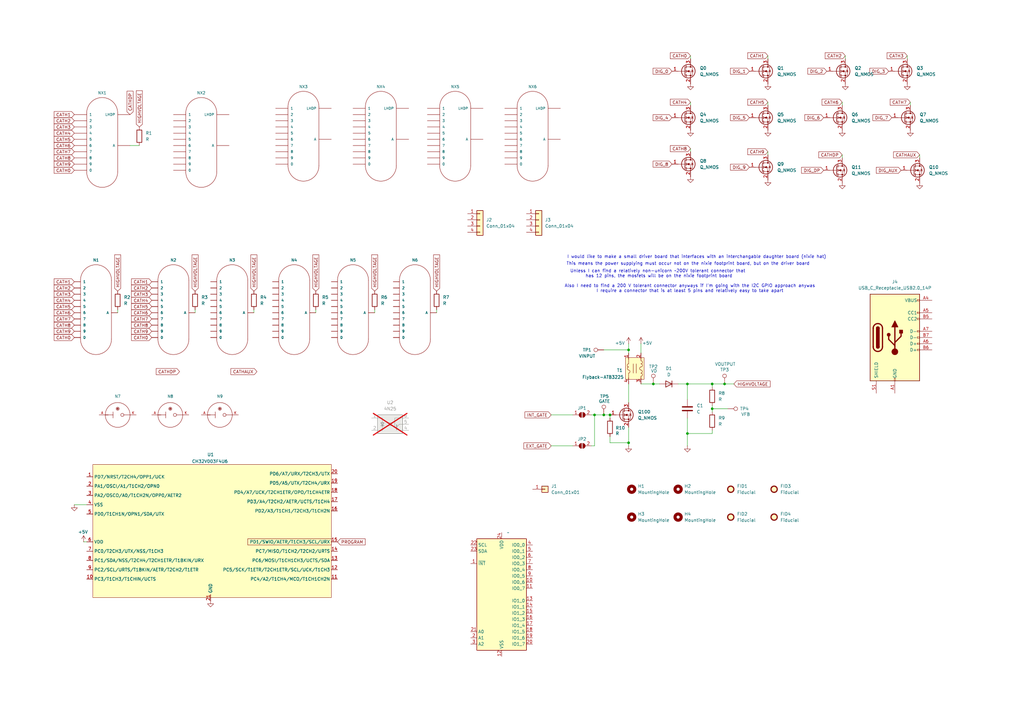
<source format=kicad_sch>
(kicad_sch (version 20250114) (generator "eeschema") (generator_version "9.0")
  (paper "A3")
  (lib_symbols
    (symbol "Connector:TestPoint" (pin_numbers (hide yes)) (pin_names (offset 0.762) (hide yes))
      (property "Reference" "TP" (at 0 6.858 0))
      (property "Value" "TestPoint" (at 0 5.08 0))
      (symbol "TestPoint_1_1"
        (pin passive line (at 0 0 90) (length 2.54) (name "1") (number "1"))
      )
    )
    (symbol "Connector:USB_C_Receptacle_USB2.0_14P" (pin_names (offset 1.016))
      (property "Reference" "J" (at 0 22.225 0))
      (property "Value" "USB_C_Receptacle_USB2.0_14P" (at 0 19.685 0))
      (symbol "USB_C_Receptacle_USB2.0_14P_1_1"
        (pin passive line (at -7.62 -22.86 90) (length 5.08) (name "SHIELD") (number "S1"))
        (pin passive line (at 0 -22.86 90) (length 5.08) (name "GND") (number "A1"))
        (pin passive line (at 0 -22.86 90) (length 5.08) (hide yes) (name "GND") (number "A12"))
        (pin passive line (at 0 -22.86 90) (length 5.08) (hide yes) (name "GND") (number "B1"))
        (pin passive line (at 0 -22.86 90) (length 5.08) (hide yes) (name "GND") (number "B12"))
        (pin passive line (at 15.24 15.24 180) (length 5.08) (name "VBUS") (number "A4"))
        (pin passive line (at 15.24 15.24 180) (length 5.08) (hide yes) (name "VBUS") (number "A9"))
        (pin passive line (at 15.24 15.24 180) (length 5.08) (hide yes) (name "VBUS") (number "B4"))
        (pin passive line (at 15.24 15.24 180) (length 5.08) (hide yes) (name "VBUS") (number "B9"))
        (pin bidirectional line (at 15.24 10.16 180) (length 5.08) (name "CC1") (number "A5"))
        (pin bidirectional line (at 15.24 7.62 180) (length 5.08) (name "CC2") (number "B5"))
        (pin bidirectional line (at 15.24 2.54 180) (length 5.08) (name "D-") (number "A7"))
        (pin bidirectional line (at 15.24 0 180) (length 5.08) (name "D-") (number "B7"))
        (pin bidirectional line (at 15.24 -2.54 180) (length 5.08) (name "D+") (number "A6"))
        (pin bidirectional line (at 15.24 -5.08 180) (length 5.08) (name "D+") (number "B6"))
      )
    )
    (symbol "Connector_Generic:Conn_01x04" (pin_names (offset 1.016) (hide yes))
      (property "Reference" "J" (at 0 5.08 0))
      (property "Value" "Conn_01x04" (at 0 -7.62 0))
      (symbol "Conn_01x04_1_1"
        (pin passive line (at -5.08 2.54 0) (length 3.81) (name "Pin_1") (number "1"))
        (pin passive line (at -5.08 0 0) (length 3.81) (name "Pin_2") (number "2"))
        (pin passive line (at -5.08 -2.54 0) (length 3.81) (name "Pin_3") (number "3"))
        (pin passive line (at -5.08 -5.08 0) (length 3.81) (name "Pin_4") (number "4"))
      )
    )
    (symbol "Device:C" (pin_numbers (hide yes)) (pin_names (offset 0.254))
      (property "Reference" "C" (at 0.635 2.54 0))
      (property "Value" "C" (at 0.635 -2.54 0))
      (symbol "C_1_1"
        (pin passive line (at 0 3.81 270) (length 2.794) (name "~") (number "1"))
        (pin passive line (at 0 -3.81 90) (length 2.794) (name "~") (number "2"))
      )
    )
    (symbol "Device:D" (pin_numbers (hide yes)) (pin_names (offset 1.016) (hide yes))
      (property "Reference" "D" (at 0 2.54 0))
      (property "Value" "D" (at 0 -2.54 0))
      (symbol "D_1_1"
        (pin passive line (at -3.81 0 0) (length 2.54) (name "K") (number "1"))
        (pin passive line (at 3.81 0 180) (length 2.54) (name "A") (number "2"))
      )
    )
    (symbol "Isolator:4N25" (pin_names (offset 1.016))
      (property "Reference" "U" (at -5.08 5.08 0))
      (property "Value" "4N25" (at 0 5.08 0))
      (symbol "4N25_1_1"
        (pin passive line (at -7.62 2.54 0) (length 2.54) (name "~") (number "1"))
        (pin passive line (at -7.62 -2.54 0) (length 2.54) (name "~") (number "2"))
        (pin no_connect line (at -5.08 0 0) (length 2.54) (hide yes) (name "NC") (number "3"))
        (pin passive line (at 7.62 2.54 180) (length 2.54) (name "~") (number "6"))
        (pin passive line (at 7.62 0 180) (length 2.54) (name "~") (number "5"))
        (pin passive line (at 7.62 -2.54 180) (length 2.54) (name "~") (number "4"))
      )
    )
    (symbol "MASTER_SYMBOLS:Fiducial" (in_bom no)
      (property "Reference" "FID" (at 0 5.08 0))
      (property "Value" "Fiducial" (at 0 3.175 0))
    )
    (symbol "MASTER_SYMBOLS:MountingHole_M2.5_RemoveWarning" (pin_names (offset 1.016)) (in_bom no)
      (property "Reference" "H1" (at 2.54 1.2701 0))
      (property "Value" "MountingHole_M2.5_RemoveWarning" (at 2.54 -1.2699 0))
      (symbol "MountingHole_M2.5_RemoveWarning_1_1"
        (pin no_connect line (at 0 0 0) (length 2.54) (hide yes) (name "1") (number "1"))
      )
    )
    (symbol "MASTER_SYMBOLS:SolderJumper_2_Open" (pin_names (offset 0) (hide yes)) (in_bom no)
      (property "Reference" "JP" (at 0 2.032 0))
      (property "Value" "SolderJumper_2_Open" (at 0 -2.54 0))
      (symbol "SolderJumper_2_Open_1_1"
        (pin passive line (at -3.81 0 0) (length 2.54) (name "A") (number "1"))
        (pin passive line (at 3.81 0 180) (length 2.54) (name "B") (number "2"))
      )
    )
    (symbol "NICKXIE:PI4IOE5V6416ZDEX"
      (symbol "PI4IOE5V6416ZDEX_1_1"
        (pin input line (at -12.7 20.32 0) (length 2.54) (name "SCL") (number "22"))
        (pin bidirectional line (at -12.7 17.78 0) (length 2.54) (name "SDA") (number "23"))
        (pin open_collector line (at -12.7 12.7 0) (length 2.54) (name "~{INT}") (number "1"))
        (pin input line (at -12.7 -15.24 0) (length 2.54) (name "A0") (number "21"))
        (pin input line (at -12.7 -17.78 0) (length 2.54) (name "A1") (number "2"))
        (pin input line (at -12.7 -20.32 0) (length 2.54) (name "A2") (number "3"))
        (pin power_in line (at 0 25.4 270) (length 2.54) (name "VDD") (number "24"))
        (pin power_in line (at 0 -25.4 90) (length 2.54) (name "VSS") (number "12"))
        (pin bidirectional line (at 12.7 20.32 180) (length 2.54) (name "IO0_0") (number "4"))
        (pin bidirectional line (at 12.7 17.78 180) (length 2.54) (name "IO0_1") (number "5"))
        (pin bidirectional line (at 12.7 15.24 180) (length 2.54) (name "IO0_2") (number "6"))
        (pin bidirectional line (at 12.7 12.7 180) (length 2.54) (name "IO0_3") (number "7"))
        (pin bidirectional line (at 12.7 10.16 180) (length 2.54) (name "IO0_4") (number "8"))
        (pin bidirectional line (at 12.7 7.62 180) (length 2.54) (name "IO0_5") (number "9"))
        (pin bidirectional line (at 12.7 5.08 180) (length 2.54) (name "IO0_6") (number "10"))
        (pin bidirectional line (at 12.7 2.54 180) (length 2.54) (name "IO0_7") (number "11"))
        (pin bidirectional line (at 12.7 -2.54 180) (length 2.54) (name "IO1_0") (number "13"))
        (pin bidirectional line (at 12.7 -5.08 180) (length 2.54) (name "IO1_1") (number "14"))
        (pin bidirectional line (at 12.7 -7.62 180) (length 2.54) (name "IO1_2") (number "15"))
        (pin bidirectional line (at 12.7 -10.16 180) (length 2.54) (name "IO1_3") (number "16"))
        (pin bidirectional line (at 12.7 -12.7 180) (length 2.54) (name "IO1_4") (number "17"))
        (pin bidirectional line (at 12.7 -15.24 180) (length 2.54) (name "IO1_5") (number "18"))
        (pin bidirectional line (at 12.7 -17.78 180) (length 2.54) (name "IO1_6") (number "19"))
        (pin bidirectional line (at 12.7 -20.32 180) (length 2.54) (name "IO1_7") (number "20"))
      )
    )
    (symbol "Transistor_FET:Q_NMOS_GSD" (pin_names (offset 0) (hide yes))
      (property "Reference" "Q" (at 5.08 1.905 0))
      (property "Value" "Q_NMOS_GSD" (at 5.08 0 0))
      (symbol "Q_NMOS_GSD_1_1"
        (pin input line (at -5.08 0 0) (length 2.54) (name "G") (number "1"))
        (pin passive line (at 2.54 5.08 270) (length 2.54) (name "D") (number "3"))
        (pin passive line (at 2.54 -5.08 90) (length 2.54) (name "S") (number "2"))
      )
    )
    (symbol "cnixxie:CH32V003F4U6"
      (property "Reference" "U?" (at 0.254 28.956 0))
      (property "Value" "CH32V003F4U6" (at 0.762 31.496 0))
      (symbol "CH32V003F4U6_1_1"
        (pin bidirectional line (at -50.8 22.86 0) (length 2.54) (name "PD7/NRST/T2CH4/OPP1/UCK") (number "1"))
        (pin bidirectional line (at -50.8 19.05 0) (length 2.54) (name "PA1/OSCI/A1/T1CH2/OPN0") (number "2"))
        (pin bidirectional line (at -50.8 15.24 0) (length 2.54) (name "PA2/OSCO/A0/T1CH2N/OPP0/AETR2") (number "3"))
        (pin bidirectional line (at -50.8 11.43 0) (length 2.54) (name "VSS") (number "4"))
        (pin bidirectional line (at -50.8 7.62 0) (length 2.54) (name "PD0/T1CH1N/OPN1/SDA/UTX") (number "5"))
        (pin bidirectional line (at -50.8 -3.81 0) (length 2.54) (name "VDD") (number "6"))
        (pin bidirectional line (at -50.8 -7.62 0) (length 2.54) (name "PC0/T2CH3/UTX/NSS/T1CH3") (number "7"))
        (pin bidirectional line (at -50.8 -11.43 0) (length 2.54) (name "PC1/SDA/NSS/T2CH4/T2CH1ETR/T1BKIN/URX") (number "8"))
        (pin bidirectional line (at -50.8 -15.24 0) (length 2.54) (name "PC2/SCL/URTS/T1BKIN/AETR/T2CH2/T1ETR") (number "9"))
        (pin bidirectional line (at -50.8 -19.05 0) (length 2.54) (name "PC3/T1CH3/T1CHIN/UCTS") (number "10"))
        (pin bidirectional line (at 0 -27.94 90) (length 2.54) (name "GND") (number "21"))
        (pin bidirectional line (at 52.07 24.13 180) (length 2.54) (name "PD6/A7/URX/T2CH3/UTX") (number "20"))
        (pin bidirectional line (at 52.07 20.32 180) (length 2.54) (name "PD5/A5/UTX/T2CH4/URX") (number "19"))
        (pin bidirectional line (at 52.07 16.51 180) (length 2.54) (name "PD4/A7/UCK/T2CH1ETR/OPO/T1CH4ETR") (number "18"))
        (pin bidirectional line (at 52.07 12.7 180) (length 2.54) (name "PD3/A4/T2CH2/AETR/UCTS/T1CH4") (number "17"))
        (pin bidirectional line (at 52.07 8.89 180) (length 2.54) (name "PD2/A3/T1CH1/T2CH3/T1CH2N") (number "16"))
        (pin bidirectional line (at 52.07 -3.81 180) (length 2.54) (name "PD1/SWIO/AETR/T1CH3/SCL/URX") (number "15"))
        (pin bidirectional line (at 52.07 -7.62 180) (length 2.54) (name "PC7/MISO/T1CH2/T2CH2/URTS") (number "14"))
        (pin bidirectional line (at 52.07 -11.43 180) (length 2.54) (name "PC6/MOSI/T1CH1CH3/UCTS/SDA") (number "13"))
        (pin bidirectional line (at 52.07 -15.24 180) (length 2.54) (name "PC5/SCK/T1ETR/T2CH1ETR/SCL/UCK/T1CH3") (number "12"))
        (pin bidirectional line (at 52.07 -19.05 180) (length 2.54) (name "PC4/A2/T1CH4/MCO/T1CH1CH2N") (number "11"))
      )
    )
    (symbol "cnixxie:Conn_01x01" (pin_names (offset 1.016) (hide yes))
      (property "Reference" "J" (at 0 2.54 0))
      (property "Value" "Conn_01x01" (at 0 -2.54 0))
      (symbol "Conn_01x01_1_1"
        (pin passive line (at -5.08 0 0) (length 3.81) (name "Pin_1") (number "1"))
      )
    )
    (symbol "cnixxie:Flyback-ATB3225"
      (property "Reference" "T" (at 0 4.445 0))
      (property "Value" "Flyback-ATB3225" (at 0 -7.62 0))
      (symbol "Flyback-ATB3225_1_1"
        (pin bidirectional line (at -6.35 2.54 0) (length 2.54) (name "") (number "2"))
        (pin bidirectional line (at -6.35 -2.54 0) (length 2.54) (name "") (number "1"))
        (pin bidirectional line (at 6.35 2.54 180) (length 2.54) (name "") (number "3"))
        (pin bidirectional line (at 6.35 -2.54 180) (length 2.54) (name "") (number "4"))
      )
    )
    (symbol "cnixxie:R" (pin_numbers (hide yes)) (pin_names (offset 0))
      (property "Reference" "R" (at 2.032 0 90))
      (property "Value" "R" (at 0 0 90))
      (symbol "R_1_1"
        (pin passive line (at 0 3.81 270) (length 1.27) (name "~") (number "1"))
        (pin passive line (at 0 -3.81 90) (length 1.27) (name "~") (number "2"))
      )
    )
    (symbol "nixies-us:IN-1" (pin_numbers (hide yes)) (pin_names (offset 1.016))
      (property "Reference" "N" (at -5.715 20.955 0))
      (symbol "IN-1_1_1"
        (pin bidirectional line (at -10.16 12.7 0) (length 2.54) (name "1") (number "1"))
        (pin bidirectional line (at -10.16 10.16 0) (length 2.54) (name "2") (number "2"))
        (pin bidirectional line (at -10.16 7.62 0) (length 2.54) (name "3") (number "3"))
        (pin bidirectional line (at -10.16 5.08 0) (length 2.54) (name "4") (number "4"))
        (pin bidirectional line (at -10.16 2.54 0) (length 2.54) (name "5") (number "5"))
        (pin bidirectional line (at -10.16 0 0) (length 2.54) (name "6") (number "6"))
        (pin bidirectional line (at -10.16 -2.54 0) (length 2.54) (name "7") (number "7"))
        (pin bidirectional line (at -10.16 -5.08 0) (length 2.54) (name "8") (number "8"))
        (pin bidirectional line (at -10.16 -7.62 0) (length 2.54) (name "9") (number "9"))
        (pin bidirectional line (at -10.16 -10.16 0) (length 2.54) (name "0") (number "0"))
        (pin bidirectional line (at 7.62 0 180) (length 2.54) (name "A") (number "A"))
      )
    )
    (symbol "nixies-us:IN-12BORIGINAL" (pin_numbers (hide yes)) (pin_names (offset 1.016))
      (property "Reference" "NX" (at -4.445 20.955 0))
      (symbol "IN-12BORIGINAL_1_1"
        (pin bidirectional line (at -12.7 12.7 0) (length 5.08) (name "1") (number "1"))
        (pin bidirectional line (at -12.7 10.16 0) (length 5.08) (name "2") (number "2"))
        (pin bidirectional line (at -12.7 7.62 0) (length 5.08) (name "3") (number "3"))
        (pin bidirectional line (at -12.7 5.08 0) (length 5.08) (name "4") (number "4"))
        (pin bidirectional line (at -12.7 2.54 0) (length 5.08) (name "5") (number "5"))
        (pin bidirectional line (at -12.7 0 0) (length 5.08) (name "6") (number "6"))
        (pin bidirectional line (at -12.7 -2.54 0) (length 5.08) (name "7") (number "7"))
        (pin bidirectional line (at -12.7 -5.08 0) (length 5.08) (name "8") (number "8"))
        (pin bidirectional line (at -12.7 -7.62 0) (length 5.08) (name "9") (number "9"))
        (pin bidirectional line (at -12.7 -10.16 0) (length 5.08) (name "0") (number "0"))
        (pin bidirectional line (at 10.16 12.7 180) (length 5.08) (name "LHDP") (number "LHDP"))
        (pin bidirectional line (at 10.16 0 180) (length 5.08) (name "A") (number "A"))
      )
    )
    (symbol "nixies-us:IN-3" (pin_names (offset 1.016) (hide yes))
      (property "Reference" "N" (at 1.27 3.175 0))
      (symbol "IN-3_1_1"
        (pin bidirectional line (at -2.54 -2.54 0) (length 2.54) (name "A") (number "A"))
        (pin bidirectional line (at 12.7 -2.54 180) (length 2.54) (name "K") (number "K"))
      )
    )
    (symbol "power:+5V" (power) (pin_numbers (hide yes)) (pin_names (offset 0) (hide yes))
      (property "Value" "+5V" (at 0 3.556 0))
      (symbol "+5V_1_1"
        (pin power_in line (at 0 0 90) (length 0) (name "~") (number "1"))
      )
    )
    (symbol "power:GND" (power) (pin_numbers (hide yes)) (pin_names (offset 0) (hide yes))
      (property "Value" "GND" (at 0 -3.81 0))
      (symbol "GND_1_1"
        (pin power_in line (at 0 0 270) (length 0) (name "~") (number "1"))
      )
    )
  )
  (text "Also I need to find a 200 V tolerant connector anyways if I'm going with the I2C GPIO approach anywas\nI require a connector that is at least 5 pins and relatively easy to take apart" (at 282.956 118.364 0) (effects (font (size 1.27 1.27))))
  (text "This means the power supplying must occur not on the nixie footprint board, but on the driver board" (at 282.194 108.204 0) (effects (font (size 1.27 1.27))))
  (text "I would like to make a small driver board that interfaces with an interchangable daughter board (nixie hat)" (at 285.75 105.41 0) (effects (font (size 1.27 1.27))))
  (text "Unless I can find a relatively non-unicorn ~200V tolerant connector that \nhas 12 pins, the mosfets will be on the nixie footprint board" (at 270.256 112.268 0) (effects (font (size 1.27 1.27))))
  (junction (at 292.1 167.64))
  (junction (at 281.94 177.8))
  (junction (at 243.84 170.18))
  (junction (at 250.19 170.18))
  (junction (at 297.18 157.48))
  (junction (at 267.97 157.48))
  (junction (at 257.81 143.51))
  (junction (at 257.81 181.61))
  (junction (at 281.94 157.48))
  (junction (at 247.65 170.18))
  (junction (at 292.1 157.48))
  (wire (pts (xy 346.71 22.86) (xy 346.71 24.13)))
  (wire (pts (xy 298.45 167.64) (xy 292.1 167.64)))
  (wire (pts (xy 257.81 175.26) (xy 257.81 181.61)))
  (wire (pts (xy 30.48 207.01) (xy 35.56 207.01)))
  (wire (pts (xy 250.19 170.18) (xy 250.19 171.45)))
  (wire (pts (xy 314.96 62.23) (xy 314.96 63.5)))
  (wire (pts (xy 257.81 140.97) (xy 257.81 143.51)))
  (wire (pts (xy 278.13 157.48) (xy 281.94 157.48)))
  (wire (pts (xy 226.06 182.88) (xy 234.95 182.88)))
  (wire (pts (xy 242.57 182.88) (xy 243.84 182.88)))
  (wire (pts (xy 372.11 22.86) (xy 372.11 24.13)))
  (wire (pts (xy 243.84 170.18) (xy 247.65 170.18)))
  (wire (pts (xy 226.06 170.18) (xy 234.95 170.18)))
  (wire (pts (xy 283.21 22.86) (xy 283.21 24.13)))
  (wire (pts (xy 283.21 60.96) (xy 283.21 62.23)))
  (wire (pts (xy 53.34 59.69) (xy 57.15 59.69)))
  (wire (pts (xy 373.38 41.91) (xy 373.38 43.18)))
  (wire (pts (xy 292.1 168.91) (xy 292.1 167.64)))
  (wire (pts (xy 257.81 143.51) (xy 257.81 144.78)))
  (wire (pts (xy 345.44 41.91) (xy 345.44 43.18)))
  (wire (pts (xy 250.19 179.07) (xy 250.19 181.61)))
  (wire (pts (xy 297.18 157.48) (xy 300.99 157.48)))
  (wire (pts (xy 292.1 157.48) (xy 297.18 157.48)))
  (wire (pts (xy 257.81 182.88) (xy 257.81 181.61)))
  (wire (pts (xy 250.19 181.61) (xy 257.81 181.61)))
  (wire (pts (xy 345.44 63.5) (xy 345.44 64.77)))
  (wire (pts (xy 314.96 22.86) (xy 314.96 24.13)))
  (wire (pts (xy 247.65 170.18) (xy 250.19 170.18)))
  (wire (pts (xy 281.94 157.48) (xy 281.94 163.83)))
  (wire (pts (xy 281.94 157.48) (xy 292.1 157.48)))
  (wire (pts (xy 80.01 127) (xy 80.01 128.27)))
  (wire (pts (xy 281.94 177.8) (xy 292.1 177.8)))
  (wire (pts (xy 243.84 182.88) (xy 243.84 170.18)))
  (wire (pts (xy 281.94 182.88) (xy 281.94 177.8)))
  (wire (pts (xy 377.19 63.5) (xy 377.19 64.77)))
  (wire (pts (xy 257.81 157.48) (xy 257.81 165.1)))
  (wire (pts (xy 292.1 157.48) (xy 292.1 158.75)))
  (wire (pts (xy 292.1 177.8) (xy 292.1 176.53)))
  (wire (pts (xy 262.89 140.97) (xy 262.89 144.78)))
  (wire (pts (xy 281.94 171.45) (xy 281.94 177.8)))
  (wire (pts (xy 104.14 127) (xy 104.14 128.27)))
  (wire (pts (xy 242.57 170.18) (xy 243.84 170.18)))
  (wire (pts (xy 314.96 41.91) (xy 314.96 43.18)))
  (wire (pts (xy 129.54 127) (xy 129.54 128.27)))
  (wire (pts (xy 48.26 127) (xy 48.26 128.27)))
  (wire (pts (xy 34.29 222.25) (xy 35.56 222.25)))
  (wire (pts (xy 247.65 143.51) (xy 257.81 143.51)))
  (wire (pts (xy 262.89 157.48) (xy 267.97 157.48)))
  (wire (pts (xy 153.67 127) (xy 153.67 128.27)))
  (wire (pts (xy 179.07 127) (xy 179.07 128.27)))
  (wire (pts (xy 292.1 166.37) (xy 292.1 167.64)))
  (wire (pts (xy 267.97 157.48) (xy 270.51 157.48)))
  (wire (pts (xy 283.21 41.91) (xy 283.21 43.18)))
  (global_label "DIG_9" (shape input) (at 307.34 68.58 180) (property "Intersheetrefs" "${INTERSHEET_REFS}" (effects (hide yes))))
  (global_label "HIGHVOLTAGE" (shape input) (at 179.07 119.38 90) (property "Intersheetrefs" "${INTERSHEET_REFS}" (effects (hide yes))))
  (global_label "CATHAUX" (shape input) (at 377.19 63.5 180) (property "Intersheetrefs" "${INTERSHEET_REFS}" (effects (hide yes))))
  (global_label "CATH5" (shape input) (at 62.23 125.73 180) (property "Intersheetrefs" "${INTERSHEET_REFS}" (effects (hide yes))))
  (global_label "DIG_2" (shape input) (at 339.09 29.21 180) (property "Intersheetrefs" "${INTERSHEET_REFS}" (effects (hide yes))))
  (global_label "CATH4" (shape input) (at 30.48 123.19 180) (property "Intersheetrefs" "${INTERSHEET_REFS}" (effects (hide yes))))
  (global_label "HIGHVOLTAGE" (shape input) (at 129.54 119.38 90) (property "Intersheetrefs" "${INTERSHEET_REFS}" (effects (hide yes))))
  (global_label "CATH3" (shape input) (at 30.48 120.65 180) (property "Intersheetrefs" "${INTERSHEET_REFS}" (effects (hide yes))))
  (global_label "DIG_3" (shape input) (at 364.49 29.21 180) (property "Intersheetrefs" "${INTERSHEET_REFS}" (effects (hide yes))))
  (global_label "CATH0" (shape input) (at 62.23 138.43 180) (property "Intersheetrefs" "${INTERSHEET_REFS}" (effects (hide yes))))
  (global_label "CATH3" (shape input) (at 62.23 120.65 180) (property "Intersheetrefs" "${INTERSHEET_REFS}" (effects (hide yes))))
  (global_label "CATH9" (shape input) (at 314.96 62.23 180) (property "Intersheetrefs" "${INTERSHEET_REFS}" (effects (hide yes))))
  (global_label "CATH3" (shape input) (at 372.11 22.86 180) (property "Intersheetrefs" "${INTERSHEET_REFS}" (effects (hide yes))))
  (global_label "DIG_6" (shape input) (at 337.82 48.26 180) (property "Intersheetrefs" "${INTERSHEET_REFS}" (effects (hide yes))))
  (global_label "CATH7" (shape input) (at 30.48 130.81 180) (property "Intersheetrefs" "${INTERSHEET_REFS}" (effects (hide yes))))
  (global_label "CATH9" (shape input) (at 30.48 67.31 180) (property "Intersheetrefs" "${INTERSHEET_REFS}" (effects (hide yes))))
  (global_label "CATH2" (shape input) (at 346.71 22.86 180) (property "Intersheetrefs" "${INTERSHEET_REFS}" (effects (hide yes))))
  (global_label "DIG_7" (shape input) (at 365.76 48.26 180) (property "Intersheetrefs" "${INTERSHEET_REFS}" (effects (hide yes))))
  (global_label "CATH4" (shape input) (at 62.23 123.19 180) (property "Intersheetrefs" "${INTERSHEET_REFS}" (effects (hide yes))))
  (global_label "DIG_8" (shape input) (at 275.59 67.31 180) (property "Intersheetrefs" "${INTERSHEET_REFS}" (effects (hide yes))))
  (global_label "DIG_1" (shape input) (at 307.34 29.21 180) (property "Intersheetrefs" "${INTERSHEET_REFS}" (effects (hide yes))))
  (global_label "CATH2" (shape input) (at 62.23 118.11 180) (property "Intersheetrefs" "${INTERSHEET_REFS}" (effects (hide yes))))
  (global_label "CATH5" (shape input) (at 30.48 57.15 180) (property "Intersheetrefs" "${INTERSHEET_REFS}" (effects (hide yes))))
  (global_label "CATH2" (shape input) (at 30.48 49.53 180) (property "Intersheetrefs" "${INTERSHEET_REFS}" (effects (hide yes))))
  (global_label "CATH7" (shape input) (at 30.48 62.23 180) (property "Intersheetrefs" "${INTERSHEET_REFS}" (effects (hide yes))))
  (global_label "CATH2" (shape input) (at 30.48 118.11 180) (property "Intersheetrefs" "${INTERSHEET_REFS}" (effects (hide yes))))
  (global_label "CATH6" (shape input) (at 30.48 128.27 180) (property "Intersheetrefs" "${INTERSHEET_REFS}" (effects (hide yes))))
  (global_label "CATH7" (shape input) (at 373.38 41.91 180) (property "Intersheetrefs" "${INTERSHEET_REFS}" (effects (hide yes))))
  (global_label "CATHDP" (shape input) (at 73.66 152.4 180) (property "Intersheetrefs" "${INTERSHEET_REFS}" (effects (hide yes))))
  (global_label "HIGHVOLTAGE" (shape input) (at 48.26 119.38 90) (property "Intersheetrefs" "${INTERSHEET_REFS}" (effects (hide yes))))
  (global_label "CATH5" (shape input) (at 30.48 125.73 180) (property "Intersheetrefs" "${INTERSHEET_REFS}" (effects (hide yes))))
  (global_label "INT_GATE" (shape input) (at 226.06 170.18 180) (property "Intersheetrefs" "${INTERSHEET_REFS}" (effects (hide yes))))
  (global_label "CATH3" (shape input) (at 30.48 52.07 180) (property "Intersheetrefs" "${INTERSHEET_REFS}" (effects (hide yes))))
  (global_label "DIG_4" (shape input) (at 275.59 48.26 180) (property "Intersheetrefs" "${INTERSHEET_REFS}" (effects (hide yes))))
  (global_label "CATH8" (shape input) (at 62.23 133.35 180) (property "Intersheetrefs" "${INTERSHEET_REFS}" (effects (hide yes))))
  (global_label "CATH8" (shape input) (at 30.48 133.35 180) (property "Intersheetrefs" "${INTERSHEET_REFS}" (effects (hide yes))))
  (global_label "HIGHVOLTAGE" (shape input) (at 57.15 52.07 90) (property "Intersheetrefs" "${INTERSHEET_REFS}" (effects (hide yes))))
  (global_label "CATHDP" (shape input) (at 53.34 46.99 90) (property "Intersheetrefs" "${INTERSHEET_REFS}" (effects (hide yes))))
  (global_label "CATH1" (shape input) (at 62.23 115.57 180) (property "Intersheetrefs" "${INTERSHEET_REFS}" (effects (hide yes))))
  (global_label "HIGHVOLTAGE" (shape input) (at 153.67 119.38 90) (property "Intersheetrefs" "${INTERSHEET_REFS}" (effects (hide yes))))
  (global_label "CATH5" (shape input) (at 314.96 41.91 180) (property "Intersheetrefs" "${INTERSHEET_REFS}" (effects (hide yes))))
  (global_label "CATH1" (shape input) (at 30.48 115.57 180) (property "Intersheetrefs" "${INTERSHEET_REFS}" (effects (hide yes))))
  (global_label "HIGHVOLTAGE" (shape input) (at 80.01 119.38 90) (property "Intersheetrefs" "${INTERSHEET_REFS}" (effects (hide yes))))
  (global_label "CATHDP" (shape input) (at 345.44 63.5 180) (property "Intersheetrefs" "${INTERSHEET_REFS}" (effects (hide yes))))
  (global_label "CATH0" (shape input) (at 283.21 22.86 180) (property "Intersheetrefs" "${INTERSHEET_REFS}" (effects (hide yes))))
  (global_label "PROGRAM" (shape input) (at 138.43 222.25 0) (property "Intersheetrefs" "${INTERSHEET_REFS}" (effects (hide yes))))
  (global_label "CATH1" (shape input) (at 30.48 46.99 180) (property "Intersheetrefs" "${INTERSHEET_REFS}" (effects (hide yes))))
  (global_label "CATH9" (shape input) (at 62.23 135.89 180) (property "Intersheetrefs" "${INTERSHEET_REFS}" (effects (hide yes))))
  (global_label "CATH8" (shape input) (at 30.48 64.77 180) (property "Intersheetrefs" "${INTERSHEET_REFS}" (effects (hide yes))))
  (global_label "CATH1" (shape input) (at 314.96 22.86 180) (property "Intersheetrefs" "${INTERSHEET_REFS}" (effects (hide yes))))
  (global_label "CATH0" (shape input) (at 30.48 138.43 180) (property "Intersheetrefs" "${INTERSHEET_REFS}" (effects (hide yes))))
  (global_label "DIG_DP" (shape input) (at 337.82 69.85 180) (property "Intersheetrefs" "${INTERSHEET_REFS}" (effects (hide yes))))
  (global_label "CATH6" (shape input) (at 30.48 59.69 180) (property "Intersheetrefs" "${INTERSHEET_REFS}" (effects (hide yes))))
  (global_label "CATH6" (shape input) (at 345.44 41.91 180) (property "Intersheetrefs" "${INTERSHEET_REFS}" (effects (hide yes))))
  (global_label "DIG_5" (shape input) (at 307.34 48.26 180) (property "Intersheetrefs" "${INTERSHEET_REFS}" (effects (hide yes))))
  (global_label "EXT_GATE" (shape input) (at 226.06 182.88 180) (property "Intersheetrefs" "${INTERSHEET_REFS}" (effects (hide yes))))
  (global_label "HIGHVOLTAGE" (shape input) (at 104.14 119.38 90) (property "Intersheetrefs" "${INTERSHEET_REFS}" (effects (hide yes))))
  (global_label "CATHAUX" (shape input) (at 105.41 152.4 180) (property "Intersheetrefs" "${INTERSHEET_REFS}" (effects (hide yes))))
  (global_label "CATH6" (shape input) (at 62.23 128.27 180) (property "Intersheetrefs" "${INTERSHEET_REFS}" (effects (hide yes))))
  (global_label "CATH4" (shape input) (at 283.21 41.91 180) (property "Intersheetrefs" "${INTERSHEET_REFS}" (effects (hide yes))))
  (global_label "DIG_0" (shape input) (at 275.59 29.21 180) (property "Intersheetrefs" "${INTERSHEET_REFS}" (effects (hide yes))))
  (global_label "CATH7" (shape input) (at 62.23 130.81 180) (property "Intersheetrefs" "${INTERSHEET_REFS}" (effects (hide yes))))
  (global_label "CATH0" (shape input) (at 30.48 69.85 180) (property "Intersheetrefs" "${INTERSHEET_REFS}" (effects (hide yes))))
  (global_label "HIGHVOLTAGE" (shape input) (at 300.99 157.48 0) (property "Intersheetrefs" "${INTERSHEET_REFS}" (effects (hide yes))))
  (global_label "CATH4" (shape input) (at 30.48 54.61 180) (property "Intersheetrefs" "${INTERSHEET_REFS}" (effects (hide yes))))
  (global_label "DIG_AUX" (shape input) (at 369.57 69.85 180) (property "Intersheetrefs" "${INTERSHEET_REFS}" (effects (hide yes))))
  (global_label "CATH9" (shape input) (at 30.48 135.89 180) (property "Intersheetrefs" "${INTERSHEET_REFS}" (effects (hide yes))))
  (global_label "CATH8" (shape input) (at 283.21 60.96 180) (property "Intersheetrefs" "${INTERSHEET_REFS}" (effects (hide yes))))
  (symbol (lib_id "Transistor_FET:Q_NMOS_GSD") (at 370.84 48.26 0) (unit 1)
    (property "Reference" "Q7" (at 377.19 46.9899 0) (effects (justify left)))
    (property "Value" "Q_NMOS" (at 377.19 49.5299 0) (effects (justify left)))
    (property "Footprint" "Package_TO_SOT_SMD:SOT-23-3" (effects (hide yes)))
    (property "Description" "N-MOSFET transistor, gate/source/drain" (effects (hide yes)))
  )
  (symbol (lib_id "power:+5V") (at 262.89 140.97 0) (unit 1)
    (property "Reference" "#PWR016" (effects (hide yes)))
    (property "Value" "+5V" (at 265.43 140.716 0))
    (property "Description" "Power symbol creates a global label with name \"+5V\"" (effects (hide yes)))
  )
  (symbol (lib_id "nixies-us:IN-3") (at 43.18 167.64 0) (unit 1)
    (property "Reference" "N7" (at 48.26 162.56 0) (effects (font (size 1.143 1.143))))
    (property "Value" "IN-3" (effects (hide yes)))
    (property "Footprint" "nixies-us:nixies-us-IN-3" (effects (hide yes)))
  )
  (symbol (lib_id "NICKXIE:PI4IOE5V6416ZDEX") (at 205.74 243.84 0) (unit 1)
    (property "Reference" "U3" (effects (hide yes)))
    (property "Value" "~" (at 207.8833 218.44 0) (effects (justify left)))
    (property "Footprint" "Package_DFN_QFN:TQFN-24-1EP_4x4mm_P0.5mm_EP2.1x2.1mm_ThermalVias" (effects (hide yes)))
  )
  (symbol (lib_id "power:GND") (at 314.96 53.34 0) (unit 1)
    (property "Reference" "#PWR05" (effects (hide yes)))
    (property "Value" "GND" (effects (hide yes)))
    (property "Description" "Power symbol creates a global label with name \"GND\" , ground" (effects (hide yes)))
  )
  (symbol (lib_id "power:GND") (at 314.96 73.66 0) (unit 1)
    (property "Reference" "#PWR01" (effects (hide yes)))
    (property "Value" "GND" (effects (hide yes)))
    (property "Description" "Power symbol creates a global label with name \"GND\" , ground" (effects (hide yes)))
  )
  (symbol (lib_id "cnixxie:R") (at 80.01 123.19 0) (unit 1)
    (property "Reference" "R3" (at 82.55 121.9199 0) (effects (justify left)))
    (property "Value" "R" (at 82.55 124.4599 0) (effects (justify left)))
    (property "Description" "Resistor" (effects (hide yes)))
  )
  (symbol (lib_id "Transistor_FET:Q_NMOS_GSD") (at 342.9 48.26 0) (unit 1)
    (property "Reference" "Q6" (at 349.25 46.9899 0) (effects (justify left)))
    (property "Value" "Q_NMOS" (at 349.25 49.5299 0) (effects (justify left)))
    (property "Footprint" "Package_TO_SOT_SMD:SOT-23-3" (effects (hide yes)))
    (property "Description" "N-MOSFET transistor, gate/source/drain" (effects (hide yes)))
  )
  (symbol (lib_id "Connector_Generic:Conn_01x04") (at 196.85 90.17 0) (unit 1)
    (property "Reference" "J2" (at 199.39 90.1699 0) (effects (justify left)))
    (property "Value" "Conn_01x04" (at 199.39 92.7099 0) (effects (justify left)))
    (property "Footprint" "Connector_JST:JST_SH_SM04B-SRSS-TB_1x04-1MP_P1.00mm_Horizontal" (effects (hide yes)))
    (property "Description" "Generic connector, single row, 01x04, script generated (kicad-library-utils/schlib/autogen/connector/)" (effects (hide yes)))
  )
  (symbol (lib_id "Isolator:4N25") (at 160.02 173.99 0) (unit 1) (in_bom no) (on_board no) (dnp yes)
    (property "Reference" "U2" (at 160.02 165.1 0))
    (property "Value" "4N25" (at 160.02 167.64 0))
    (property "Footprint" "Package_DIP:DIP-6_W7.62mm" (effects (hide yes)))
    (property "Datasheet" "https://www.vishay.com/docs/83725/4n25.pdf" (effects (hide yes)))
    (property "Description" "DC Optocoupler Base Connected, Vce 30V, CTR 20%, Viso 2500V, DIP6" (effects (hide yes)))
  )
  (symbol (lib_id "Transistor_FET:Q_NMOS_GSD") (at 369.57 29.21 0) (unit 1)
    (property "Reference" "Q3" (at 375.92 27.9399 0) (effects (justify left)))
    (property "Value" "Q_NMOS" (at 375.92 30.4799 0) (effects (justify left)))
    (property "Footprint" "Package_TO_SOT_SMD:SOT-23-3" (effects (hide yes)))
    (property "Description" "N-MOSFET transistor, gate/source/drain" (effects (hide yes)))
  )
  (symbol (lib_id "nixies-us:IN-1") (at 171.45 128.27 0) (unit 1)
    (property "Reference" "N6" (at 170.18 106.68 0) (effects (font (size 1.143 1.143))))
    (property "Value" "IN-1" (effects (hide yes)))
    (property "Footprint" "NIXIE:IN-1_NIXIE_v1" (effects (hide yes)))
  )
  (symbol (lib_id "cnixxie:R") (at 104.14 123.19 0) (unit 1)
    (property "Reference" "R4" (at 106.68 121.9199 0) (effects (justify left)))
    (property "Value" "R" (at 106.68 124.4599 0) (effects (justify left)))
    (property "Description" "Resistor" (effects (hide yes)))
  )
  (symbol (lib_id "Transistor_FET:Q_NMOS_GSD") (at 312.42 48.26 0) (unit 1)
    (property "Reference" "Q5" (at 318.77 46.9899 0) (effects (justify left)))
    (property "Value" "Q_NMOS" (at 318.77 49.5299 0) (effects (justify left)))
    (property "Footprint" "Package_TO_SOT_SMD:SOT-23-3" (effects (hide yes)))
    (property "Description" "N-MOSFET transistor, gate/source/drain" (effects (hide yes)))
  )
  (symbol (lib_id "Connector:TestPoint") (at 297.18 157.48 0) (unit 1)
    (property "Reference" "TP3" (at 297.18 151.638 0))
    (property "Value" "VOUTPUT" (at 297.434 149.352 0))
    (property "Description" "test point" (effects (hide yes)))
  )
  (symbol (lib_id "cnixxie:CH32V003F4U6") (at 86.36 218.44 0) (unit 1)
    (property "Reference" "U1" (at 86.36 186.436 0))
    (property "Value" "CH32V003F4U6" (at 86.106 189.23 0))
    (property "Footprint" "Package_DFN_QFN:QFN-20-1EP_3x3mm_P0.4mm_EP1.65x1.65mm" (effects (hide yes)))
    (property "LCSC" "C5299908" (effects (hide yes)))
  )
  (symbol (lib_id "nixies-us:IN-1") (at 146.05 128.27 0) (unit 1)
    (property "Reference" "N5" (at 144.78 106.68 0) (effects (font (size 1.143 1.143))))
    (property "Value" "IN-1" (effects (hide yes)))
    (property "Footprint" "NIXIE:IN-1_NIXIE_v1" (effects (hide yes)))
  )
  (symbol (lib_id "power:GND") (at 377.19 74.93 0) (unit 1)
    (property "Reference" "#PWR02" (effects (hide yes)))
    (property "Value" "GND" (effects (hide yes)))
    (property "Description" "Power symbol creates a global label with name \"GND\" , ground" (effects (hide yes)))
  )
  (symbol (lib_id "cnixxie:Conn_01x01") (at 223.52 200.66 0) (unit 1)
    (property "Reference" "J1" (at 226.06 199.3899 0) (effects (justify left)))
    (property "Value" "Conn_01x01" (at 226.06 201.9299 0) (effects (justify left)))
    (property "Description" "Generic connector, single row, 01x01, script generated (kicad-library-utils/schlib/autogen/connector/)" (effects (hide yes)))
  )
  (symbol (lib_id "nixies-us:IN-1") (at 121.92 128.27 0) (unit 1)
    (property "Reference" "N4" (at 120.65 106.68 0) (effects (font (size 1.143 1.143))))
    (property "Value" "IN-1" (effects (hide yes)))
    (property "Footprint" "NIXIE:IN-1_NIXIE_v1" (effects (hide yes)))
  )
  (symbol (lib_id "Connector:TestPoint") (at 247.65 143.51 90) (unit 1)
    (property "Reference" "TP1" (at 240.792 143.51 90))
    (property "Value" "VINPUT" (at 240.792 146.05 90))
    (property "Description" "test point" (effects (hide yes)))
  )
  (symbol (lib_id "power:GND") (at 30.48 207.01 0) (unit 1)
    (property "Reference" "#PWR014" (effects (hide yes)))
    (property "Value" "GND" (effects (hide yes)))
    (property "Description" "Power symbol creates a global label with name \"GND\" , ground" (effects (hide yes)))
  )
  (symbol (lib_id "power:+5V") (at 257.81 140.97 0) (unit 1)
    (property "Reference" "#PWR015" (effects (hide yes)))
    (property "Value" "+5V" (at 254.254 140.716 0))
    (property "Description" "Power symbol creates a global label with name \"+5V\"" (effects (hide yes)))
  )
  (symbol (lib_id "power:GND") (at 283.21 53.34 0) (unit 1)
    (property "Reference" "#PWR012" (effects (hide yes)))
    (property "Value" "GND" (effects (hide yes)))
    (property "Description" "Power symbol creates a global label with name \"GND\" , ground" (effects (hide yes)))
  )
  (symbol (lib_id "power:GND") (at 283.21 34.29 0) (unit 1)
    (property "Reference" "#PWR03" (effects (hide yes)))
    (property "Value" "GND" (effects (hide yes)))
    (property "Description" "Power symbol creates a global label with name \"GND\" , ground" (effects (hide yes)))
  )
  (symbol (lib_id "cnixxie:R") (at 129.54 123.19 0) (unit 1)
    (property "Reference" "R5" (at 132.08 121.9199 0) (effects (justify left)))
    (property "Value" "R" (at 132.08 124.4599 0) (effects (justify left)))
    (property "Description" "Resistor" (effects (hide yes)))
  )
  (symbol (lib_id "Transistor_FET:Q_NMOS_GSD") (at 312.42 68.58 0) (unit 1)
    (property "Reference" "Q9" (at 318.77 67.3099 0) (effects (justify left)))
    (property "Value" "Q_NMOS" (at 318.77 69.8499 0) (effects (justify left)))
    (property "Footprint" "Package_TO_SOT_SMD:SOT-23-3" (effects (hide yes)))
    (property "Description" "N-MOSFET transistor, gate/source/drain" (effects (hide yes)))
  )
  (symbol (lib_id "power:GND") (at 281.94 182.88 0) (unit 1)
    (property "Reference" "#PWR017" (effects (hide yes)))
    (property "Value" "GND" (effects (hide yes)))
    (property "Description" "Power symbol creates a global label with name \"GND\" , ground" (effects (hide yes)))
  )
  (symbol (lib_id "power:GND") (at 372.11 34.29 0) (unit 1)
    (property "Reference" "#PWR011" (effects (hide yes)))
    (property "Value" "GND" (effects (hide yes)))
    (property "Description" "Power symbol creates a global label with name \"GND\" , ground" (effects (hide yes)))
  )
  (symbol (lib_id "cnixxie:R") (at 292.1 172.72 0) (unit 1)
    (property "Reference" "R9" (at 294.64 171.4499 0) (effects (justify left)))
    (property "Value" "R" (at 294.64 173.9899 0) (effects (justify left)))
    (property "Description" "Resistor" (effects (hide yes)))
  )
  (symbol (lib_id "Connector_Generic:Conn_01x04") (at 220.98 90.17 0) (unit 1)
    (property "Reference" "J3" (at 223.52 90.1699 0) (effects (justify left)))
    (property "Value" "Conn_01x04" (at 223.52 92.7099 0) (effects (justify left)))
    (property "Footprint" "Connector_JST:JST_SH_SM04B-SRSS-TB_1x04-1MP_P1.00mm_Horizontal" (effects (hide yes)))
    (property "Description" "Generic connector, single row, 01x04, script generated (kicad-library-utils/schlib/autogen/connector/)" (effects (hide yes)))
  )
  (symbol (lib_id "power:GND") (at 345.44 53.34 0) (unit 1)
    (property "Reference" "#PWR06" (effects (hide yes)))
    (property "Value" "GND" (effects (hide yes)))
    (property "Description" "Power symbol creates a global label with name \"GND\" , ground" (effects (hide yes)))
  )
  (symbol (lib_id "power:GND") (at 346.71 34.29 0) (unit 1)
    (property "Reference" "#PWR010" (effects (hide yes)))
    (property "Value" "GND" (effects (hide yes)))
    (property "Description" "Power symbol creates a global label with name \"GND\" , ground" (effects (hide yes)))
  )
  (symbol (lib_id "cnixxie:R") (at 153.67 123.19 0) (unit 1)
    (property "Reference" "R6" (at 156.21 121.9199 0) (effects (justify left)))
    (property "Value" "R" (at 156.21 124.4599 0) (effects (justify left)))
    (property "Description" "Resistor" (effects (hide yes)))
  )
  (symbol (lib_id "MASTER_SYMBOLS:Fiducial") (at 317.5 200.66 0) (unit 1) (in_bom no)
    (property "Reference" "FID3" (at 320.04 199.3899 0) (effects (justify left)))
    (property "Value" "Fiducial" (at 320.04 201.9299 0) (effects (justify left)))
    (property "Footprint" "Fiducial:Fiducial_0.5mm_Mask1mm" (effects (hide yes)))
    (property "Description" "Fiducial Marker" (effects (hide yes)))
  )
  (symbol (lib_id "Connector:TestPoint") (at 267.97 157.48 0) (unit 1)
    (property "Reference" "TP2" (at 267.97 150.368 0))
    (property "Value" "VD" (at 268.224 152.146 0))
    (property "Description" "test point" (effects (hide yes)))
  )
  (symbol (lib_id "nixies-us:IN-1") (at 40.64 128.27 0) (unit 1)
    (property "Reference" "N1" (at 39.37 106.68 0) (effects (font (size 1.143 1.143))))
    (property "Value" "IN-1" (effects (hide yes)))
    (property "Footprint" "NIXIE:IN-1_NIXIE_v1" (effects (hide yes)))
  )
  (symbol (lib_id "nixies-us:IN-12BORIGINAL") (at 219.71 57.15 0) (unit 1)
    (property "Reference" "NX6" (at 218.44 35.56 0) (effects (font (size 1.143 1.143))))
    (property "Value" "IN-12BORIGINAL" (effects (hide yes)))
    (property "Footprint" "NIXIE:IN-12A Nixie" (effects (hide yes)))
  )
  (symbol (lib_id "MASTER_SYMBOLS:Fiducial") (at 299.72 200.66 0) (unit 1) (in_bom no)
    (property "Reference" "FID1" (at 302.26 199.3899 0) (effects (justify left)))
    (property "Value" "Fiducial" (at 302.26 201.9299 0) (effects (justify left)))
    (property "Footprint" "Fiducial:Fiducial_0.5mm_Mask1mm" (effects (hide yes)))
    (property "Description" "Fiducial Marker" (effects (hide yes)))
  )
  (symbol (lib_id "MASTER_SYMBOLS:SolderJumper_2_Open") (at 238.76 170.18 0) (unit 1) (in_bom no)
    (property "Reference" "JP1" (at 240.538 167.386 0) (effects (justify right)))
    (property "Value" "TH_THERM_JMP" (effects (hide yes)))
    (property "Footprint" "Jumper:SolderJumper-2_P1.3mm_Open_RoundedPad1.0x1.5mm" (effects (hide yes)))
    (property "Description" "Solder Jumper, 2-pole, open" (effects (hide yes)))
  )
  (symbol (lib_id "power:GND") (at 283.21 72.39 0) (unit 1)
    (property "Reference" "#PWR08" (effects (hide yes)))
    (property "Value" "GND" (effects (hide yes)))
    (property "Description" "Power symbol creates a global label with name \"GND\" , ground" (effects (hide yes)))
  )
  (symbol (lib_id "Transistor_FET:Q_NMOS_GSD") (at 342.9 69.85 0) (unit 1)
    (property "Reference" "Q11" (at 349.25 68.5799 0) (effects (justify left)))
    (property "Value" "Q_NMOS" (at 349.25 71.1199 0) (effects (justify left)))
    (property "Footprint" "Package_TO_SOT_SMD:SOT-23-3" (effects (hide yes)))
    (property "Description" "N-MOSFET transistor, gate/source/drain" (effects (hide yes)))
  )
  (symbol (lib_id "Transistor_FET:Q_NMOS_GSD") (at 374.65 69.85 0) (unit 1)
    (property "Reference" "Q10" (at 381 68.5799 0) (effects (justify left)))
    (property "Value" "Q_NMOS" (at 381 71.1199 0) (effects (justify left)))
    (property "Footprint" "Package_TO_SOT_SMD:SOT-23-3" (effects (hide yes)))
    (property "Description" "N-MOSFET transistor, gate/source/drain" (effects (hide yes)))
  )
  (symbol (lib_id "Device:D") (at 274.32 157.48 180) (unit 1)
    (property "Reference" "D1" (at 274.32 151.13 0))
    (property "Value" "D" (at 274.32 153.67 0))
    (property "Description" "Diode" (effects (hide yes)))
    (property "Sim.Device" "D" (effects (hide yes)))
    (property "Sim.Pins" "1=K 2=A" (effects (hide yes)))
  )
  (symbol (lib_id "nixies-us:IN-12BORIGINAL") (at 157.48 57.15 0) (unit 1)
    (property "Reference" "NX4" (at 156.21 35.56 0) (effects (font (size 1.143 1.143))))
    (property "Value" "IN-12BORIGINAL" (effects (hide yes)))
    (property "Footprint" "NIXIE:IN-12A Nixie" (effects (hide yes)))
  )
  (symbol (lib_id "MASTER_SYMBOLS:SolderJumper_2_Open") (at 238.76 182.88 0) (unit 1) (in_bom no)
    (property "Reference" "JP2" (at 240.538 180.086 0) (effects (justify right)))
    (property "Value" "TH_THERM_JMP" (effects (hide yes)))
    (property "Footprint" "Jumper:SolderJumper-2_P1.3mm_Open_RoundedPad1.0x1.5mm" (effects (hide yes)))
    (property "Description" "Solder Jumper, 2-pole, open" (effects (hide yes)))
  )
  (symbol (lib_id "cnixxie:R") (at 250.19 175.26 0) (unit 1)
    (property "Reference" "R10" (at 252.476 175.514 0) (effects (justify left)))
    (property "Value" "R" (at 252.476 177.8 0) (effects (justify left)))
    (property "Description" "Resistor" (effects (hide yes)))
  )
  (symbol (lib_id "Transistor_FET:Q_NMOS_GSD") (at 280.67 48.26 0) (unit 1)
    (property "Reference" "Q4" (at 287.02 46.9899 0) (effects (justify left)))
    (property "Value" "Q_NMOS" (at 287.02 49.5299 0) (effects (justify left)))
    (property "Footprint" "Package_TO_SOT_SMD:SOT-23-3" (effects (hide yes)))
    (property "Description" "N-MOSFET transistor, gate/source/drain" (effects (hide yes)))
  )
  (symbol (lib_id "nixies-us:IN-12BORIGINAL") (at 125.73 57.15 0) (unit 1)
    (property "Reference" "NX3" (at 124.46 35.56 0) (effects (font (size 1.143 1.143))))
    (property "Value" "IN-12BORIGINAL" (effects (hide yes)))
    (property "Footprint" "NIXIE:IN-12A Nixie" (effects (hide yes)))
  )
  (symbol (lib_id "Transistor_FET:Q_NMOS_GSD") (at 255.27 170.18 0) (unit 1)
    (property "Reference" "Q100" (at 261.62 168.9099 0) (effects (justify left)))
    (property "Value" "Q_NMOS" (at 261.62 171.4499 0) (effects (justify left)))
    (property "Description" "N-MOSFET transistor, gate/source/drain" (effects (hide yes)))
  )
  (symbol (lib_id "cnixxie:R") (at 48.26 123.19 0) (unit 1)
    (property "Reference" "R2" (at 50.8 121.9199 0) (effects (justify left)))
    (property "Value" "R" (at 50.8 124.4599 0) (effects (justify left)))
    (property "Description" "Resistor" (effects (hide yes)))
  )
  (symbol (lib_id "nixies-us:IN-3") (at 64.77 167.64 0) (unit 1)
    (property "Reference" "N8" (at 69.85 162.56 0) (effects (font (size 1.143 1.143))))
    (property "Value" "IN-3" (effects (hide yes)))
    (property "Footprint" "nixies-us:nixies-us-IN-3" (effects (hide yes)))
  )
  (symbol (lib_id "MASTER_SYMBOLS:MountingHole_M2.5_RemoveWarning") (at 278.13 212.09 0) (unit 1) (in_bom no)
    (property "Reference" "H4" (at 280.67 210.8199 0) (effects (justify left)))
    (property "Value" "MountingHole" (at 280.67 213.3599 0) (effects (justify left)))
    (property "Footprint" "MountingHole:MountingHole_2.7mm_M2.5_ISO7380_Pad_TopBottom" (effects (hide yes)))
    (property "Description" "Mounting Hole without connection" (effects (hide yes)))
  )
  (symbol (lib_id "nixies-us:IN-12BORIGINAL") (at 187.96 57.15 0) (unit 1)
    (property "Reference" "NX5" (at 186.69 35.56 0) (effects (font (size 1.143 1.143))))
    (property "Value" "IN-12BORIGINAL" (effects (hide yes)))
    (property "Footprint" "NIXIE:IN-12A Nixie" (effects (hide yes)))
  )
  (symbol (lib_id "power:+5V") (at 34.29 222.25 0) (unit 1)
    (property "Reference" "#PWR019" (effects (hide yes)))
    (property "Value" "+5V" (at 34.036 218.186 0))
    (property "Description" "Power symbol creates a global label with name \"+5V\"" (effects (hide yes)))
  )
  (symbol (lib_id "MASTER_SYMBOLS:MountingHole_M2.5_RemoveWarning") (at 259.08 200.66 0) (unit 1) (in_bom no)
    (property "Reference" "H1" (at 261.62 199.3899 0) (effects (justify left)))
    (property "Value" "MountingHole" (at 261.62 201.9299 0) (effects (justify left)))
    (property "Footprint" "MountingHole:MountingHole_2.7mm_M2.5_ISO7380_Pad_TopBottom" (effects (hide yes)))
    (property "Description" "Mounting Hole without connection" (effects (hide yes)))
  )
  (symbol (lib_id "Connector:USB_C_Receptacle_USB2.0_14P") (at 367.03 138.43 0) (unit 1)
    (property "Reference" "J4" (at 367.03 115.57 0))
    (property "Value" "USB_C_Receptacle_USB2.0_14P" (at 367.03 118.11 0))
    (property "Footprint" "Connector_USB:USB_C_Receptacle_Palconn_UTC16-G" (effects (hide yes)))
    (property "Datasheet" "https://www.usb.org/sites/default/files/documents/usb_type-c.zip" (effects (hide yes)))
    (property "Description" "USB 2.0-only 14P Type-C Receptacle connector" (effects (hide yes)))
  )
  (symbol (lib_id "nixies-us:IN-3") (at 85.09 167.64 0) (unit 1)
    (property "Reference" "N9" (at 90.17 162.56 0) (effects (font (size 1.143 1.143))))
    (property "Value" "IN-3" (effects (hide yes)))
    (property "Footprint" "nixies-us:nixies-us-IN-3" (effects (hide yes)))
  )
  (symbol (lib_id "nixies-us:IN-12BORIGINAL") (at 83.82 59.69 0) (unit 1)
    (property "Reference" "NX2" (at 82.55 38.1 0) (effects (font (size 1.143 1.143))))
    (property "Value" "IN-12BORIGINAL" (effects (hide yes)))
    (property "Footprint" "NIXIE:IN-12A Nixie" (effects (hide yes)))
  )
  (symbol (lib_id "MASTER_SYMBOLS:MountingHole_M2.5_RemoveWarning") (at 278.13 200.66 0) (unit 1) (in_bom no)
    (property "Reference" "H2" (at 280.67 199.3899 0) (effects (justify left)))
    (property "Value" "MountingHole" (at 280.67 201.9299 0) (effects (justify left)))
    (property "Footprint" "MountingHole:MountingHole_2.7mm_M2.5_ISO7380_Pad_TopBottom" (effects (hide yes)))
    (property "Description" "Mounting Hole without connection" (effects (hide yes)))
  )
  (symbol (lib_id "MASTER_SYMBOLS:Fiducial") (at 317.5 212.09 0) (unit 1) (in_bom no)
    (property "Reference" "FID4" (at 320.04 210.8199 0) (effects (justify left)))
    (property "Value" "Fiducial" (at 320.04 213.3599 0) (effects (justify left)))
    (property "Footprint" "Fiducial:Fiducial_0.5mm_Mask1mm" (effects (hide yes)))
    (property "Description" "Fiducial Marker" (effects (hide yes)))
  )
  (symbol (lib_id "cnixxie:Flyback-ATB3225") (at 260.35 151.13 270) (unit 1)
    (property "Reference" "T1" (at 252.984 151.892 90) (effects (justify left)))
    (property "Value" "Flyback-ATB3225" (at 238.76 154.686 90) (effects (justify left)))
    (property "Footprint" "Flyback-ATB3225:Flyback-ATB3225" (effects (hide yes)))
    (property "LCSC" "C415291" (effects (hide yes)))
  )
  (symbol (lib_id "power:GND") (at 373.38 53.34 0) (unit 1)
    (property "Reference" "#PWR07" (effects (hide yes)))
    (property "Value" "GND" (effects (hide yes)))
    (property "Description" "Power symbol creates a global label with name \"GND\" , ground" (effects (hide yes)))
  )
  (symbol (lib_id "Transistor_FET:Q_NMOS_GSD") (at 312.42 29.21 0) (unit 1)
    (property "Reference" "Q1" (at 318.77 27.9399 0) (effects (justify left)))
    (property "Value" "Q_NMOS" (at 318.77 30.4799 0) (effects (justify left)))
    (property "Footprint" "Package_TO_SOT_SMD:SOT-23-3" (effects (hide yes)))
    (property "Description" "N-MOSFET transistor, gate/source/drain" (effects (hide yes)))
  )
  (symbol (lib_id "power:GND") (at 257.81 182.88 0) (unit 1)
    (property "Reference" "#PWR018" (effects (hide yes)))
    (property "Value" "GND" (effects (hide yes)))
    (property "Description" "Power symbol creates a global label with name \"GND\" , ground" (effects (hide yes)))
  )
  (symbol (lib_id "MASTER_SYMBOLS:MountingHole_M2.5_RemoveWarning") (at 259.08 212.09 0) (unit 1) (in_bom no)
    (property "Reference" "H3" (at 261.62 210.8199 0) (effects (justify left)))
    (property "Value" "MountingHole" (at 261.62 213.3599 0) (effects (justify left)))
    (property "Footprint" "MountingHole:MountingHole_2.7mm_M2.5_ISO7380_Pad_TopBottom" (effects (hide yes)))
    (property "Description" "Mounting Hole without connection" (effects (hide yes)))
  )
  (symbol (lib_id "Device:C") (at 281.94 167.64 0) (unit 1)
    (property "Reference" "C1" (at 285.75 166.3699 0) (effects (justify left)))
    (property "Value" "C" (at 285.75 168.9099 0) (effects (justify left)))
    (property "Description" "Unpolarized capacitor" (effects (hide yes)))
  )
  (symbol (lib_id "nixies-us:IN-1") (at 96.52 128.27 0) (unit 1)
    (property "Reference" "N3" (at 95.25 106.68 0) (effects (font (size 1.143 1.143))))
    (property "Value" "IN-1" (effects (hide yes)))
    (property "Footprint" "NIXIE:IN-1_NIXIE_v1" (effects (hide yes)))
  )
  (symbol (lib_id "MASTER_SYMBOLS:Fiducial") (at 299.72 212.09 0) (unit 1) (in_bom no)
    (property "Reference" "FID2" (at 302.26 210.8199 0) (effects (justify left)))
    (property "Value" "Fiducial" (at 302.26 213.3599 0) (effects (justify left)))
    (property "Footprint" "Fiducial:Fiducial_0.5mm_Mask1mm" (effects (hide yes)))
    (property "Description" "Fiducial Marker" (effects (hide yes)))
  )
  (symbol (lib_id "Transistor_FET:Q_NMOS_GSD") (at 280.67 29.21 0) (unit 1)
    (property "Reference" "Q0" (at 287.02 27.9399 0) (effects (justify left)))
    (property "Value" "Q_NMOS" (at 287.02 30.4799 0) (effects (justify left)))
    (property "Footprint" "Package_TO_SOT_SMD:SOT-23-3" (effects (hide yes)))
    (property "Description" "N-MOSFET transistor, gate/source/drain" (effects (hide yes)))
  )
  (symbol (lib_id "Transistor_FET:Q_NMOS_GSD") (at 280.67 67.31 0) (unit 1)
    (property "Reference" "Q8" (at 287.02 66.0399 0) (effects (justify left)))
    (property "Value" "Q_NMOS" (at 287.02 68.5799 0) (effects (justify left)))
    (property "Footprint" "Package_TO_SOT_SMD:SOT-23-3" (effects (hide yes)))
    (property "Description" "N-MOSFET transistor, gate/source/drain" (effects (hide yes)))
  )
  (symbol (lib_id "cnixxie:R") (at 57.15 55.88 0) (unit 1)
    (property "Reference" "R1" (at 59.69 54.6099 0) (effects (justify left)))
    (property "Value" "R" (at 59.69 57.1499 0) (effects (justify left)))
    (property "Description" "Resistor" (effects (hide yes)))
  )
  (symbol (lib_id "power:GND") (at 314.96 34.29 0) (unit 1)
    (property "Reference" "#PWR09" (effects (hide yes)))
    (property "Value" "GND" (effects (hide yes)))
    (property "Description" "Power symbol creates a global label with name \"GND\" , ground" (effects (hide yes)))
  )
  (symbol (lib_id "Connector:TestPoint") (at 298.45 167.64 270) (unit 1)
    (property "Reference" "TP4" (at 305.308 167.64 90))
    (property "Value" "VFB" (at 305.816 169.926 90))
    (property "Description" "test point" (effects (hide yes)))
  )
  (symbol (lib_id "power:GND") (at 86.36 246.38 0) (unit 1)
    (property "Reference" "#PWR013" (effects (hide yes)))
    (property "Value" "GND" (effects (hide yes)))
    (property "Description" "Power symbol creates a global label with name \"GND\" , ground" (effects (hide yes)))
  )
  (symbol (lib_id "nixies-us:IN-1") (at 72.39 128.27 0) (unit 1)
    (property "Reference" "N2" (at 71.12 106.68 0) (effects (font (size 1.143 1.143))))
    (property "Value" "IN-1" (effects (hide yes)))
    (property "Footprint" "NIXIE:IN-1_NIXIE_v1" (effects (hide yes)))
  )
  (symbol (lib_id "power:GND") (at 345.44 74.93 0) (unit 1)
    (property "Reference" "#PWR04" (effects (hide yes)))
    (property "Value" "GND" (effects (hide yes)))
    (property "Description" "Power symbol creates a global label with name \"GND\" , ground" (effects (hide yes)))
  )
  (symbol (lib_id "nixies-us:IN-12BORIGINAL") (at 43.18 59.69 0) (unit 1)
    (property "Reference" "NX1" (at 41.91 38.1 0) (effects (font (size 1.143 1.143))))
    (property "Value" "IN-12BORIGINAL" (effects (hide yes)))
    (property "Footprint" "NIXIE:IN-12A Nixie" (effects (hide yes)))
  )
  (symbol (lib_id "cnixxie:R") (at 292.1 162.56 0) (unit 1)
    (property "Reference" "R8" (at 294.64 161.2899 0) (effects (justify left)))
    (property "Value" "R" (at 294.64 163.8299 0) (effects (justify left)))
    (property "Description" "Resistor" (effects (hide yes)))
  )
  (symbol (lib_id "Connector:TestPoint") (at 247.65 170.18 0) (unit 1)
    (property "Reference" "TP5" (at 247.904 162.56 0))
    (property "Value" "GATE" (at 247.904 164.592 0))
    (property "Description" "test point" (effects (hide yes)))
  )
  (symbol (lib_id "cnixxie:R") (at 179.07 123.19 0) (unit 1)
    (property "Reference" "R7" (at 181.61 121.9199 0) (effects (justify left)))
    (property "Value" "R" (at 181.61 124.4599 0) (effects (justify left)))
    (property "Description" "Resistor" (effects (hide yes)))
  )
  (symbol (lib_id "Transistor_FET:Q_NMOS_GSD") (at 344.17 29.21 0) (unit 1)
    (property "Reference" "Q2" (at 350.52 27.9399 0) (effects (justify left)))
    (property "Value" "Q_NMOS" (at 350.52 30.4799 0) (effects (justify left)))
    (property "Footprint" "Package_TO_SOT_SMD:SOT-23-3" (effects (hide yes)))
    (property "Description" "N-MOSFET transistor, gate/source/drain" (effects (hide yes)))
  )
)
</source>
